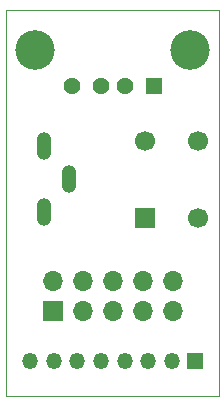
<source format=gbr>
%TF.GenerationSoftware,KiCad,Pcbnew,7.0.7*%
%TF.CreationDate,2023-09-15T20:16:18+02:00*%
%TF.ProjectId,DreameBreakout,44726561-6d65-4427-9265-616b6f75742e,rev?*%
%TF.SameCoordinates,Original*%
%TF.FileFunction,Soldermask,Bot*%
%TF.FilePolarity,Negative*%
%FSLAX45Y45*%
G04 Gerber Fmt 4.5, Leading zero omitted, Abs format (unit mm)*
G04 Created by KiCad (PCBNEW 7.0.7) date 2023-09-15 20:16:18*
%MOMM*%
%LPD*%
G01*
G04 APERTURE LIST*
%TA.AperFunction,Profile*%
%ADD10C,0.100000*%
%TD*%
%ADD11R,1.700000X1.700000*%
%ADD12O,1.700000X1.700000*%
%ADD13R,1.428000X1.428000*%
%ADD14C,1.428000*%
%ADD15C,3.346000*%
%ADD16R,1.350000X1.350000*%
%ADD17O,1.350000X1.350000*%
%ADD18O,1.252400X2.352400*%
%ADD19C,1.700000*%
G04 APERTURE END LIST*
D10*
X5000000Y-4065500D02*
X6800000Y-4065500D01*
X6800000Y-7332600D01*
X5000000Y-7332600D01*
X5000000Y-4065500D01*
D11*
X5397500Y-6616700D03*
D12*
X5397500Y-6362700D03*
X5651500Y-6616700D03*
X5651500Y-6362700D03*
X5905500Y-6616700D03*
X5905500Y-6362700D03*
X6159500Y-6616700D03*
X6159500Y-6362700D03*
X6413500Y-6616700D03*
X6413500Y-6362700D03*
D13*
X6255500Y-4706900D03*
D14*
X6005500Y-4706900D03*
X5805500Y-4706900D03*
X5555500Y-4706900D03*
D15*
X6562500Y-4406900D03*
X5248500Y-4406900D03*
D16*
X6603900Y-7035800D03*
D17*
X6403900Y-7035800D03*
X6203900Y-7035800D03*
X6003900Y-7035800D03*
X5803900Y-7035800D03*
X5603900Y-7035800D03*
X5403900Y-7035800D03*
X5203900Y-7035800D03*
D18*
X5322200Y-5779100D03*
X5322200Y-5219100D03*
X5537200Y-5499100D03*
D11*
X6175800Y-5824100D03*
D19*
X6175800Y-5174100D03*
X6625800Y-5824100D03*
X6625800Y-5174100D03*
M02*

</source>
